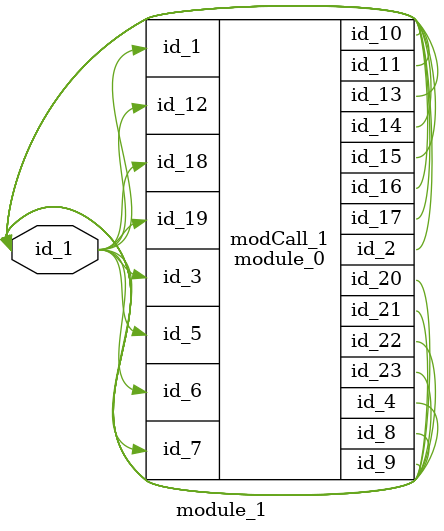
<source format=v>
module module_0 (
    id_1,
    id_2,
    id_3,
    id_4,
    id_5,
    id_6,
    id_7,
    id_8,
    id_9,
    id_10,
    id_11,
    id_12,
    id_13,
    id_14,
    id_15,
    id_16,
    id_17,
    id_18,
    id_19,
    id_20,
    id_21,
    id_22,
    id_23
);
  output wire id_23;
  output wire id_22;
  inout wire id_21;
  output wire id_20;
  input wire id_19;
  input wire id_18;
  inout wire id_17;
  inout wire id_16;
  inout wire id_15;
  inout wire id_14;
  inout wire id_13;
  input wire id_12;
  inout wire id_11;
  inout wire id_10;
  output wire id_9;
  output wire id_8;
  input wire id_7;
  input wire id_6;
  input wire id_5;
  inout wire id_4;
  input wire id_3;
  inout wire id_2;
  input wire id_1;
endmodule
module module_1 (
    id_1
);
  inout wire id_1;
  assign id_1 = id_1;
  module_0 modCall_1 (
      id_1,
      id_1,
      id_1,
      id_1,
      id_1,
      id_1,
      id_1,
      id_1,
      id_1,
      id_1,
      id_1,
      id_1,
      id_1,
      id_1,
      id_1,
      id_1,
      id_1,
      id_1,
      id_1,
      id_1,
      id_1,
      id_1,
      id_1
  );
endmodule

</source>
